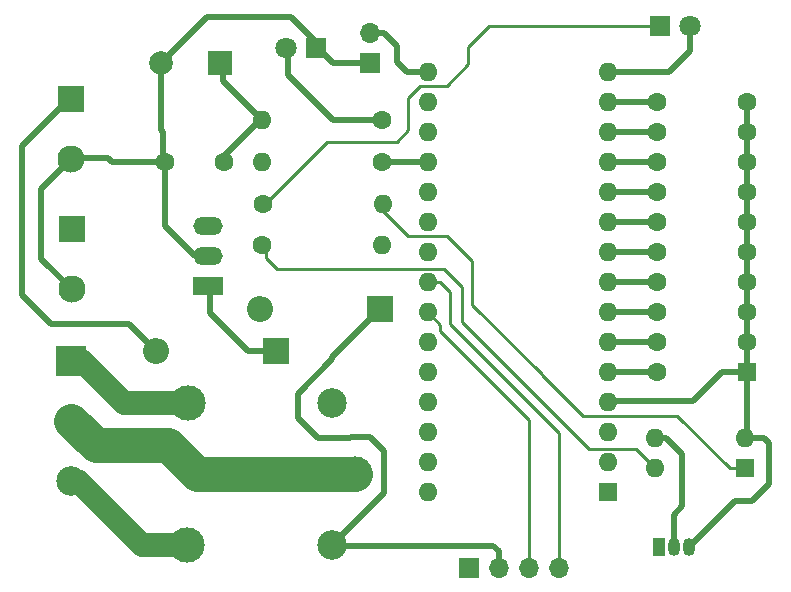
<source format=gbr>
%TF.GenerationSoftware,KiCad,Pcbnew,(5.1.9)-1*%
%TF.CreationDate,2021-10-25T11:11:09+02:00*%
%TF.ProjectId,ArduinoNtcThermostat,41726475-696e-46f4-9e74-63546865726d,rev?*%
%TF.SameCoordinates,Original*%
%TF.FileFunction,Copper,L1,Top*%
%TF.FilePolarity,Positive*%
%FSLAX46Y46*%
G04 Gerber Fmt 4.6, Leading zero omitted, Abs format (unit mm)*
G04 Created by KiCad (PCBNEW (5.1.9)-1) date 2021-10-25 11:11:09*
%MOMM*%
%LPD*%
G01*
G04 APERTURE LIST*
%TA.AperFunction,ComponentPad*%
%ADD10C,2.500000*%
%TD*%
%TA.AperFunction,ComponentPad*%
%ADD11C,3.000000*%
%TD*%
%TA.AperFunction,ComponentPad*%
%ADD12R,1.600000X1.600000*%
%TD*%
%TA.AperFunction,ComponentPad*%
%ADD13O,1.600000X1.600000*%
%TD*%
%TA.AperFunction,ComponentPad*%
%ADD14O,2.200000X2.200000*%
%TD*%
%TA.AperFunction,ComponentPad*%
%ADD15R,2.200000X2.200000*%
%TD*%
%TA.AperFunction,ComponentPad*%
%ADD16R,1.800000X1.800000*%
%TD*%
%TA.AperFunction,ComponentPad*%
%ADD17C,1.800000*%
%TD*%
%TA.AperFunction,ComponentPad*%
%ADD18R,2.500000X2.500000*%
%TD*%
%TA.AperFunction,ComponentPad*%
%ADD19C,2.300000*%
%TD*%
%TA.AperFunction,ComponentPad*%
%ADD20R,1.700000X1.700000*%
%TD*%
%TA.AperFunction,ComponentPad*%
%ADD21O,1.700000X1.700000*%
%TD*%
%TA.AperFunction,ComponentPad*%
%ADD22O,1.050000X1.500000*%
%TD*%
%TA.AperFunction,ComponentPad*%
%ADD23R,1.050000X1.500000*%
%TD*%
%TA.AperFunction,ComponentPad*%
%ADD24C,1.600000*%
%TD*%
%TA.AperFunction,ComponentPad*%
%ADD25R,2.500000X1.500000*%
%TD*%
%TA.AperFunction,ComponentPad*%
%ADD26O,2.500000X1.500000*%
%TD*%
%TA.AperFunction,ComponentPad*%
%ADD27R,2.000000X2.000000*%
%TD*%
%TA.AperFunction,ComponentPad*%
%ADD28C,2.000000*%
%TD*%
%TA.AperFunction,Conductor*%
%ADD29C,0.500000*%
%TD*%
%TA.AperFunction,Conductor*%
%ADD30C,0.250000*%
%TD*%
%TA.AperFunction,Conductor*%
%ADD31C,2.000000*%
%TD*%
%TA.AperFunction,Conductor*%
%ADD32C,1.000000*%
%TD*%
%TA.AperFunction,Conductor*%
%ADD33C,3.000000*%
%TD*%
G04 APERTURE END LIST*
D10*
%TO.P,K1,2*%
%TO.N,Net-(D1-Pad2)*%
X118293600Y-75865000D03*
D11*
%TO.P,K1,3*%
%TO.N,Net-(J1-Pad1)*%
X106093600Y-75865000D03*
%TO.P,K1,4*%
%TO.N,Net-(J1-Pad3)*%
X106043600Y-87915000D03*
D10*
%TO.P,K1,5*%
%TO.N,+5V*%
X118293600Y-87865000D03*
D11*
%TO.P,K1,1*%
%TO.N,Net-(J1-Pad2)*%
X120243600Y-81915000D03*
%TD*%
D12*
%TO.P,A1,1*%
%TO.N,Net-(A1-Pad1)*%
X141643100Y-83451700D03*
D13*
%TO.P,A1,17*%
%TO.N,Net-(A1-Pad17)*%
X126403100Y-50431700D03*
%TO.P,A1,2*%
%TO.N,Net-(A1-Pad2)*%
X141643100Y-80911700D03*
%TO.P,A1,18*%
%TO.N,Net-(A1-Pad18)*%
X126403100Y-52971700D03*
%TO.P,A1,3*%
%TO.N,Net-(A1-Pad3)*%
X141643100Y-78371700D03*
%TO.P,A1,19*%
%TO.N,Net-(A1-Pad19)*%
X126403100Y-55511700D03*
%TO.P,A1,4*%
%TO.N,GND*%
X141643100Y-75831700D03*
%TO.P,A1,20*%
%TO.N,Net-(A1-Pad20)*%
X126403100Y-58051700D03*
%TO.P,A1,5*%
%TO.N,Net-(A1-Pad5)*%
X141643100Y-73291700D03*
%TO.P,A1,21*%
%TO.N,Net-(A1-Pad21)*%
X126403100Y-60591700D03*
%TO.P,A1,6*%
%TO.N,Net-(A1-Pad6)*%
X141643100Y-70751700D03*
%TO.P,A1,22*%
%TO.N,Net-(A1-Pad22)*%
X126403100Y-63131700D03*
%TO.P,A1,7*%
%TO.N,Net-(A1-Pad7)*%
X141643100Y-68211700D03*
%TO.P,A1,23*%
%TO.N,Net-(A1-Pad23)*%
X126403100Y-65671700D03*
%TO.P,A1,8*%
%TO.N,Net-(A1-Pad8)*%
X141643100Y-65671700D03*
%TO.P,A1,24*%
%TO.N,Net-(A1-Pad24)*%
X126403100Y-68211700D03*
%TO.P,A1,9*%
%TO.N,Net-(A1-Pad9)*%
X141643100Y-63131700D03*
%TO.P,A1,25*%
%TO.N,Net-(A1-Pad25)*%
X126403100Y-70751700D03*
%TO.P,A1,10*%
%TO.N,Net-(A1-Pad10)*%
X141643100Y-60591700D03*
%TO.P,A1,26*%
%TO.N,Net-(A1-Pad26)*%
X126403100Y-73291700D03*
%TO.P,A1,11*%
%TO.N,Net-(A1-Pad11)*%
X141643100Y-58051700D03*
%TO.P,A1,27*%
%TO.N,+5V*%
X126403100Y-75831700D03*
%TO.P,A1,12*%
%TO.N,Net-(A1-Pad12)*%
X141643100Y-55511700D03*
%TO.P,A1,28*%
%TO.N,Net-(A1-Pad28)*%
X126403100Y-78371700D03*
%TO.P,A1,13*%
%TO.N,Net-(A1-Pad13)*%
X141643100Y-52971700D03*
%TO.P,A1,29*%
%TO.N,GND*%
X126403100Y-80911700D03*
%TO.P,A1,14*%
%TO.N,Net-(A1-Pad14)*%
X141643100Y-50431700D03*
%TO.P,A1,30*%
%TO.N,Net-(A1-Pad30)*%
X126403100Y-83451700D03*
%TO.P,A1,15*%
%TO.N,Net-(A1-Pad15)*%
X141643100Y-47891700D03*
%TO.P,A1,16*%
%TO.N,Net-(A1-Pad16)*%
X126403100Y-47891700D03*
%TD*%
D14*
%TO.P,D1,2*%
%TO.N,Net-(D1-Pad2)*%
X112191800Y-67945000D03*
D15*
%TO.P,D1,1*%
%TO.N,+5V*%
X122351800Y-67945000D03*
%TD*%
D16*
%TO.P,D2,1*%
%TO.N,Net-(D2-Pad1)*%
X146075400Y-43992800D03*
D17*
%TO.P,D2,2*%
%TO.N,Net-(A1-Pad15)*%
X148615400Y-43992800D03*
%TD*%
%TO.P,D3,2*%
%TO.N,Net-(D3-Pad2)*%
X114427000Y-45847000D03*
D16*
%TO.P,D3,1*%
%TO.N,GND*%
X116967000Y-45847000D03*
%TD*%
D15*
%TO.P,D4,1*%
%TO.N,Net-(C1-Pad1)*%
X113588800Y-71501000D03*
D14*
%TO.P,D4,2*%
%TO.N,Net-(D4-Pad2)*%
X103428800Y-71501000D03*
%TD*%
D18*
%TO.P,J1,1*%
%TO.N,Net-(J1-Pad1)*%
X96189800Y-72313800D03*
D10*
%TO.P,J1,2*%
%TO.N,Net-(J1-Pad2)*%
X96189800Y-77393800D03*
%TO.P,J1,3*%
%TO.N,Net-(J1-Pad3)*%
X96189800Y-82473800D03*
%TD*%
D19*
%TO.P,J2,2*%
%TO.N,GND*%
X96189800Y-55194200D03*
D15*
%TO.P,J2,1*%
%TO.N,Net-(D4-Pad2)*%
X96189800Y-50114200D03*
%TD*%
%TO.P,J3,1*%
%TO.N,Net-(A1-Pad19)*%
X96240600Y-61137800D03*
D19*
%TO.P,J3,2*%
%TO.N,GND*%
X96240600Y-66217800D03*
%TD*%
D20*
%TO.P,JP1,1*%
%TO.N,GND*%
X121488200Y-47117000D03*
D21*
%TO.P,JP1,2*%
%TO.N,Net-(A1-Pad16)*%
X121488200Y-44577000D03*
%TD*%
D22*
%TO.P,Q1,2*%
%TO.N,Net-(Q1-Pad2)*%
X147218400Y-88112600D03*
%TO.P,Q1,3*%
%TO.N,GND*%
X148488400Y-88112600D03*
D23*
%TO.P,Q1,1*%
%TO.N,Net-(D1-Pad2)*%
X145948400Y-88112600D03*
%TD*%
D24*
%TO.P,R1,1*%
%TO.N,Net-(R1-Pad1)*%
X112395000Y-62509400D03*
D13*
%TO.P,R1,2*%
%TO.N,+5V*%
X122555000Y-62509400D03*
%TD*%
D24*
%TO.P,R2,1*%
%TO.N,Net-(D2-Pad1)*%
X112458500Y-59004200D03*
D13*
%TO.P,R2,2*%
%TO.N,Net-(R2-Pad2)*%
X122618500Y-59004200D03*
%TD*%
%TO.P,R3,2*%
%TO.N,+5V*%
X112395000Y-55511700D03*
D24*
%TO.P,R3,1*%
%TO.N,Net-(A1-Pad19)*%
X122555000Y-55511700D03*
%TD*%
D13*
%TO.P,R4,2*%
%TO.N,Net-(C1-Pad1)*%
X112395000Y-51943000D03*
D24*
%TO.P,R4,1*%
%TO.N,Net-(D3-Pad2)*%
X122555000Y-51943000D03*
%TD*%
D12*
%TO.P,U1,1*%
%TO.N,Net-(R2-Pad2)*%
X153289000Y-81407000D03*
D13*
%TO.P,U1,3*%
%TO.N,Net-(Q1-Pad2)*%
X145669000Y-78867000D03*
%TO.P,U1,2*%
%TO.N,GND*%
X153289000Y-78867000D03*
%TO.P,U1,4*%
%TO.N,Net-(R1-Pad1)*%
X145669000Y-81407000D03*
%TD*%
D25*
%TO.P,U2,1*%
%TO.N,Net-(C1-Pad1)*%
X107823000Y-65963800D03*
D26*
%TO.P,U2,2*%
%TO.N,GND*%
X107823000Y-63423800D03*
%TO.P,U2,3*%
%TO.N,+5V*%
X107823000Y-60883800D03*
%TD*%
D27*
%TO.P,C2,1*%
%TO.N,Net-(C1-Pad1)*%
X108788200Y-47066200D03*
D28*
%TO.P,C2,2*%
%TO.N,GND*%
X103788200Y-47066200D03*
%TD*%
D12*
%TO.P,SW1,1*%
%TO.N,GND*%
X153390600Y-73291700D03*
D24*
%TO.P,SW1,2*%
X153390600Y-70751700D03*
%TO.P,SW1,3*%
X153390600Y-68211700D03*
%TO.P,SW1,4*%
X153390600Y-65671700D03*
%TO.P,SW1,5*%
X153390600Y-63131700D03*
%TO.P,SW1,6*%
X153390600Y-60591700D03*
%TO.P,SW1,7*%
X153390600Y-58051700D03*
%TO.P,SW1,14*%
%TO.N,Net-(A1-Pad11)*%
X145770600Y-58051700D03*
%TO.P,SW1,15*%
%TO.N,Net-(A1-Pad10)*%
X145770600Y-60591700D03*
%TO.P,SW1,16*%
%TO.N,Net-(A1-Pad9)*%
X145770600Y-63131700D03*
%TO.P,SW1,17*%
%TO.N,Net-(A1-Pad8)*%
X145770600Y-65671700D03*
%TO.P,SW1,18*%
%TO.N,Net-(A1-Pad7)*%
X145770600Y-68211700D03*
%TO.P,SW1,19*%
%TO.N,Net-(A1-Pad6)*%
X145770600Y-70751700D03*
%TO.P,SW1,20*%
%TO.N,Net-(A1-Pad5)*%
X145770600Y-73291700D03*
%TO.P,SW1,8*%
%TO.N,GND*%
X153390600Y-55511700D03*
%TO.P,SW1,13*%
%TO.N,Net-(A1-Pad12)*%
X145770600Y-55511700D03*
%TO.P,SW1,9*%
%TO.N,GND*%
X153390600Y-52971700D03*
%TO.P,SW1,12*%
%TO.N,Net-(A1-Pad13)*%
X145770600Y-52971700D03*
%TO.P,SW1,10*%
%TO.N,GND*%
X153390600Y-50431700D03*
%TO.P,SW1,11*%
%TO.N,Net-(A1-Pad14)*%
X145770600Y-50431700D03*
%TD*%
%TO.P,C1,1*%
%TO.N,Net-(C1-Pad1)*%
X109143800Y-55499000D03*
%TO.P,C1,2*%
%TO.N,GND*%
X104143800Y-55499000D03*
%TD*%
D20*
%TO.P,J4,1*%
%TO.N,GND*%
X129870200Y-89839800D03*
D21*
%TO.P,J4,2*%
%TO.N,+5V*%
X132410200Y-89839800D03*
%TO.P,J4,3*%
%TO.N,Net-(A1-Pad24)*%
X134950200Y-89839800D03*
%TO.P,J4,4*%
%TO.N,Net-(A1-Pad23)*%
X137490200Y-89839800D03*
%TD*%
D29*
%TO.N,Net-(A1-Pad19)*%
X126403100Y-55511700D02*
X122555000Y-55511700D01*
%TO.N,GND*%
X153390600Y-73291700D02*
X153390600Y-70751700D01*
X153390600Y-68211700D02*
X153390600Y-65671700D01*
X153390600Y-63131700D02*
X153390600Y-60591700D01*
X153390600Y-58051700D02*
X153390600Y-55511700D01*
X153390600Y-52971700D02*
X153390600Y-50431700D01*
X153390600Y-70751700D02*
X153390600Y-68211700D01*
X153390600Y-65671700D02*
X153390600Y-63131700D01*
X153390600Y-60591700D02*
X153390600Y-58051700D01*
X153390600Y-55511700D02*
X153390600Y-52971700D01*
X153390600Y-78765400D02*
X153289000Y-78867000D01*
X153390600Y-73291700D02*
X153390600Y-78765400D01*
X153289000Y-78867000D02*
X154889200Y-78867000D01*
X154889200Y-78867000D02*
X155321000Y-79298800D01*
X155321000Y-79298800D02*
X155321000Y-82727800D01*
X155321000Y-82727800D02*
X153873200Y-84175600D01*
X152425400Y-84175600D02*
X148488400Y-88112600D01*
X153873200Y-84175600D02*
X152425400Y-84175600D01*
X121488200Y-47117000D02*
X118414800Y-47117000D01*
X117144800Y-45847000D02*
X116967000Y-45847000D01*
X118414800Y-47117000D02*
X117144800Y-45847000D01*
X96240600Y-66217800D02*
X93675200Y-63652400D01*
X93675200Y-63652400D02*
X93675200Y-57734200D01*
X96189800Y-55219600D02*
X96189800Y-55194200D01*
X93675200Y-57734200D02*
X96189800Y-55219600D01*
X116967000Y-45847000D02*
X116967000Y-45313600D01*
X116967000Y-45313600D02*
X114833400Y-43180000D01*
X107674400Y-43180000D02*
X103788200Y-47066200D01*
X114833400Y-43180000D02*
X107674400Y-43180000D01*
X103788200Y-47066200D02*
X103788200Y-52726600D01*
X103788200Y-52726600D02*
X103962200Y-52900600D01*
X103962200Y-55317400D02*
X104143800Y-55499000D01*
X103962200Y-52900600D02*
X103962200Y-55317400D01*
X104143800Y-55499000D02*
X99669600Y-55499000D01*
X99669600Y-55499000D02*
X99339400Y-55168800D01*
X96215200Y-55168800D02*
X96189800Y-55194200D01*
X99339400Y-55168800D02*
X96215200Y-55168800D01*
X104143800Y-55499000D02*
X104143800Y-60854600D01*
X106713000Y-63423800D02*
X107823000Y-63423800D01*
X104143800Y-60854600D02*
X106713000Y-63423800D01*
X153390600Y-73291700D02*
X151320500Y-73291700D01*
X151320500Y-73291700D02*
X148894800Y-75717400D01*
X141757400Y-75717400D02*
X141643100Y-75831700D01*
X148894800Y-75717400D02*
X141757400Y-75717400D01*
%TO.N,Net-(A1-Pad5)*%
X145770600Y-73291700D02*
X141643100Y-73291700D01*
%TO.N,Net-(A1-Pad6)*%
X145770600Y-70751700D02*
X141643100Y-70751700D01*
%TO.N,Net-(A1-Pad7)*%
X145770600Y-68211700D02*
X141643100Y-68211700D01*
D30*
%TO.N,Net-(A1-Pad23)*%
X137490200Y-89839800D02*
X137490200Y-79121000D01*
X137490200Y-79121000D02*
X137490200Y-78943200D01*
X137490200Y-79121000D02*
X137490200Y-78384400D01*
X137490200Y-78384400D02*
X128320800Y-69215000D01*
X128320800Y-69215000D02*
X128320800Y-66522600D01*
X127469900Y-65671700D02*
X126403100Y-65671700D01*
X128320800Y-66522600D02*
X127469900Y-65671700D01*
D29*
%TO.N,Net-(A1-Pad8)*%
X145770600Y-65671700D02*
X141643100Y-65671700D01*
D30*
%TO.N,Net-(A1-Pad24)*%
X126403100Y-68211700D02*
X127431800Y-69240400D01*
X127431800Y-69240400D02*
X127431800Y-69824600D01*
X134950200Y-77343000D02*
X134950200Y-89839800D01*
X127431800Y-69824600D02*
X134950200Y-77343000D01*
D29*
%TO.N,Net-(A1-Pad9)*%
X145770600Y-63131700D02*
X141643100Y-63131700D01*
%TO.N,Net-(A1-Pad10)*%
X145770600Y-60591700D02*
X141643100Y-60591700D01*
%TO.N,Net-(A1-Pad11)*%
X145770600Y-58051700D02*
X141643100Y-58051700D01*
%TO.N,Net-(A1-Pad12)*%
X145770600Y-55511700D02*
X141643100Y-55511700D01*
%TO.N,Net-(A1-Pad13)*%
X145770600Y-52971700D02*
X141643100Y-52971700D01*
%TO.N,Net-(A1-Pad14)*%
X145770600Y-50431700D02*
X141643100Y-50431700D01*
%TO.N,Net-(A1-Pad15)*%
X146799300Y-47891700D02*
X141643100Y-47891700D01*
X148615400Y-46075600D02*
X146799300Y-47891700D01*
X148615400Y-43992800D02*
X148615400Y-46075600D01*
%TO.N,Net-(A1-Pad16)*%
X121488200Y-44577000D02*
X122707400Y-44577000D01*
X122707400Y-44577000D02*
X123825000Y-45694600D01*
X123825000Y-45694600D02*
X123825000Y-47040800D01*
X124675900Y-47891700D02*
X126403100Y-47891700D01*
X123825000Y-47040800D02*
X124675900Y-47891700D01*
%TO.N,+5V*%
X118293600Y-87865000D02*
X122682000Y-83476600D01*
X122682000Y-83476600D02*
X122682000Y-79933800D01*
X122682000Y-79933800D02*
X121539000Y-78790800D01*
X119888000Y-78790800D02*
X119837200Y-78841600D01*
X121539000Y-78790800D02*
X119888000Y-78790800D01*
X119837200Y-78841600D02*
X117094000Y-78841600D01*
X117094000Y-78841600D02*
X115392200Y-77139800D01*
X115392200Y-77139800D02*
X115392200Y-75082400D01*
X115392200Y-75082400D02*
X118287800Y-72186800D01*
X118287800Y-72009000D02*
X122351800Y-67945000D01*
X118287800Y-72186800D02*
X118287800Y-72009000D01*
X132410200Y-89839800D02*
X132410200Y-88417400D01*
X132410200Y-88417400D02*
X131953000Y-87960200D01*
X118388800Y-87960200D02*
X118293600Y-87865000D01*
X131953000Y-87960200D02*
X118388800Y-87960200D01*
D30*
%TO.N,Net-(D2-Pad1)*%
X146075400Y-43992800D02*
X131597400Y-43992800D01*
X131597400Y-43992800D02*
X129844800Y-45745400D01*
X129844800Y-45745400D02*
X129844800Y-47167800D01*
X127995899Y-49016701D02*
X125760699Y-49016701D01*
X129844800Y-47167800D02*
X127995899Y-49016701D01*
X125760699Y-49016701D02*
X124739400Y-50038000D01*
X124739400Y-50038000D02*
X124739400Y-52781200D01*
X124739400Y-52781200D02*
X123774200Y-53746400D01*
X123774200Y-53746400D02*
X117881400Y-53746400D01*
X112623600Y-59004200D02*
X112458500Y-59004200D01*
X117881400Y-53746400D02*
X112623600Y-59004200D01*
D29*
%TO.N,Net-(D3-Pad2)*%
X122555000Y-51943000D02*
X118338600Y-51943000D01*
X118338600Y-51943000D02*
X114528600Y-48133000D01*
X114528600Y-45948600D02*
X114427000Y-45847000D01*
X114528600Y-48133000D02*
X114528600Y-45948600D01*
%TO.N,Net-(C1-Pad1)*%
X109143800Y-55499000D02*
X109143800Y-54965600D01*
X112166400Y-51943000D02*
X112395000Y-51943000D01*
X109143800Y-54965600D02*
X112166400Y-51943000D01*
X112395000Y-51943000D02*
X109093000Y-48641000D01*
X109093000Y-47371000D02*
X108788200Y-47066200D01*
X109093000Y-48641000D02*
X109093000Y-47371000D01*
X113588800Y-71501000D02*
X111201200Y-71501000D01*
X111201200Y-71501000D02*
X107950000Y-68249800D01*
X107950000Y-66090800D02*
X107823000Y-65963800D01*
X107950000Y-68249800D02*
X107950000Y-66090800D01*
%TO.N,Net-(D4-Pad2)*%
X103428800Y-71501000D02*
X101092000Y-69164200D01*
X101092000Y-69164200D02*
X94462600Y-69164200D01*
X94462600Y-69164200D02*
X92024200Y-66725800D01*
X92024200Y-66725800D02*
X92024200Y-54152800D01*
X96062800Y-50114200D02*
X96189800Y-50114200D01*
X92024200Y-54152800D02*
X96062800Y-50114200D01*
D31*
%TO.N,Net-(J1-Pad1)*%
X106093600Y-75865000D02*
X100706200Y-75865000D01*
D32*
X97155000Y-72313800D02*
X96189800Y-72313800D01*
D31*
X100706200Y-75865000D02*
X97155000Y-72313800D01*
D33*
%TO.N,Net-(J1-Pad2)*%
X120243600Y-81915000D02*
X106857800Y-81915000D01*
X106857800Y-81915000D02*
X104419400Y-79476600D01*
X98272600Y-79476600D02*
X96189800Y-77393800D01*
X104419400Y-79476600D02*
X98272600Y-79476600D01*
D32*
%TO.N,Net-(J1-Pad3)*%
X96545400Y-82118200D02*
X96189800Y-82473800D01*
D31*
X106043600Y-87915000D02*
X102215200Y-87915000D01*
D32*
X96774000Y-82473800D02*
X96189800Y-82473800D01*
D31*
X102215200Y-87915000D02*
X96774000Y-82473800D01*
D29*
%TO.N,Net-(Q1-Pad2)*%
X147218400Y-88112600D02*
X147218400Y-85344000D01*
X147218400Y-85344000D02*
X147929600Y-84632800D01*
X147929600Y-84632800D02*
X147929600Y-80213200D01*
X146583400Y-78867000D02*
X145669000Y-78867000D01*
X147929600Y-80213200D02*
X146583400Y-78867000D01*
D30*
%TO.N,Net-(R1-Pad1)*%
X112674400Y-62788800D02*
X112395000Y-62509400D01*
X112674400Y-63601600D02*
X112674400Y-62788800D01*
X127767299Y-64546699D02*
X113619499Y-64546699D01*
X129286000Y-66065400D02*
X127767299Y-64546699D01*
X129286000Y-69062600D02*
X129286000Y-66065400D01*
X140010099Y-79786699D02*
X129286000Y-69062600D01*
X113619499Y-64546699D02*
X112674400Y-63601600D01*
X144048699Y-79786699D02*
X140010099Y-79786699D01*
X145669000Y-81407000D02*
X144048699Y-79786699D01*
%TO.N,Net-(R2-Pad2)*%
X153289000Y-81407000D02*
X151968200Y-81407000D01*
X147517901Y-76956701D02*
X139516901Y-76956701D01*
X151968200Y-81407000D02*
X147517901Y-76956701D01*
X136042400Y-73482200D02*
X136042400Y-73431400D01*
X139516901Y-76956701D02*
X136042400Y-73482200D01*
X136042400Y-73431400D02*
X130175000Y-67564000D01*
X130175000Y-67564000D02*
X130175000Y-63881000D01*
X128010701Y-61716701D02*
X124683301Y-61716701D01*
X130175000Y-63881000D02*
X128010701Y-61716701D01*
X122618500Y-59651900D02*
X122618500Y-59004200D01*
X124683301Y-61716701D02*
X122618500Y-59651900D01*
%TD*%
M02*

</source>
